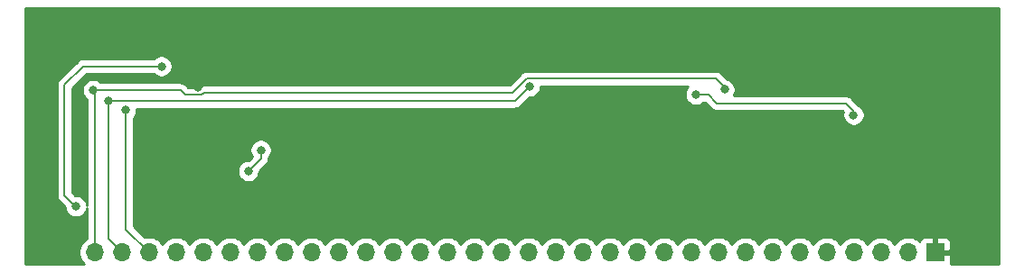
<source format=gbr>
%TF.GenerationSoftware,KiCad,Pcbnew,(5.1.10-1-10_14)*%
%TF.CreationDate,2021-09-10T00:22:32-04:00*%
%TF.ProjectId,smd-register-array,736d642d-7265-4676-9973-7465722d6172,rev?*%
%TF.SameCoordinates,Original*%
%TF.FileFunction,Copper,L2,Bot*%
%TF.FilePolarity,Positive*%
%FSLAX46Y46*%
G04 Gerber Fmt 4.6, Leading zero omitted, Abs format (unit mm)*
G04 Created by KiCad (PCBNEW (5.1.10-1-10_14)) date 2021-09-10 00:22:32*
%MOMM*%
%LPD*%
G01*
G04 APERTURE LIST*
%TA.AperFunction,ComponentPad*%
%ADD10O,1.700000X1.700000*%
%TD*%
%TA.AperFunction,ComponentPad*%
%ADD11R,1.700000X1.700000*%
%TD*%
%TA.AperFunction,ViaPad*%
%ADD12C,0.800000*%
%TD*%
%TA.AperFunction,Conductor*%
%ADD13C,0.200000*%
%TD*%
%TA.AperFunction,Conductor*%
%ADD14C,0.254000*%
%TD*%
%TA.AperFunction,Conductor*%
%ADD15C,0.100000*%
%TD*%
G04 APERTURE END LIST*
D10*
%TO.P,J1,32*%
%TO.N,/MSB_OUT*%
X123698000Y-89916000D03*
%TO.P,J1,31*%
%TO.N,/LSB_OUT*%
X126238000Y-89916000D03*
%TO.P,J1,30*%
%TO.N,/BUS_OUT*%
X128778000Y-89916000D03*
%TO.P,J1,29*%
%TO.N,/EN*%
X131318000Y-89916000D03*
%TO.P,J1,28*%
%TO.N,BUS_00*%
X133858000Y-89916000D03*
%TO.P,J1,27*%
%TO.N,BUS_01*%
X136398000Y-89916000D03*
%TO.P,J1,26*%
%TO.N,BUS_02*%
X138938000Y-89916000D03*
%TO.P,J1,25*%
%TO.N,BUS_03*%
X141478000Y-89916000D03*
%TO.P,J1,24*%
%TO.N,BUS_04*%
X144018000Y-89916000D03*
%TO.P,J1,23*%
%TO.N,BUS_05*%
X146558000Y-89916000D03*
%TO.P,J1,22*%
%TO.N,BUS_06*%
X149098000Y-89916000D03*
%TO.P,J1,21*%
%TO.N,BUS_07*%
X151638000Y-89916000D03*
%TO.P,J1,20*%
%TO.N,LSB_00*%
X154178000Y-89916000D03*
%TO.P,J1,19*%
%TO.N,LSB_01*%
X156718000Y-89916000D03*
%TO.P,J1,18*%
%TO.N,LSB_02*%
X159258000Y-89916000D03*
%TO.P,J1,17*%
%TO.N,LSB_03*%
X161798000Y-89916000D03*
%TO.P,J1,16*%
%TO.N,LSB_04*%
X164338000Y-89916000D03*
%TO.P,J1,15*%
%TO.N,LSB_05*%
X166878000Y-89916000D03*
%TO.P,J1,14*%
%TO.N,LSB_06*%
X169418000Y-89916000D03*
%TO.P,J1,13*%
%TO.N,LSB_07*%
X171958000Y-89916000D03*
%TO.P,J1,12*%
%TO.N,MSB_00*%
X174498000Y-89916000D03*
%TO.P,J1,11*%
%TO.N,MSB_01*%
X177038000Y-89916000D03*
%TO.P,J1,10*%
%TO.N,MSB_02*%
X179578000Y-89916000D03*
%TO.P,J1,9*%
%TO.N,MSB_03*%
X182118000Y-89916000D03*
%TO.P,J1,8*%
%TO.N,MSB_04*%
X184658000Y-89916000D03*
%TO.P,J1,7*%
%TO.N,MSB_05*%
X187198000Y-89916000D03*
%TO.P,J1,6*%
%TO.N,MSB_06*%
X189738000Y-89916000D03*
%TO.P,J1,5*%
%TO.N,MSB_07*%
X192278000Y-89916000D03*
%TO.P,J1,4*%
%TO.N,RESET*%
X194818000Y-89916000D03*
%TO.P,J1,3*%
%TO.N,CLOCK*%
X197358000Y-89916000D03*
%TO.P,J1,2*%
%TO.N,VCC*%
X199898000Y-89916000D03*
D11*
%TO.P,J1,1*%
%TO.N,GND*%
X202438000Y-89916000D03*
%TD*%
D12*
%TO.N,Net-(U1-Pad3)*%
X138094000Y-82278000D03*
X139274000Y-80308000D03*
%TO.N,VCC*%
X180004000Y-75088000D03*
X194794000Y-77008000D03*
%TO.N,GND*%
X181356000Y-72390000D03*
X177800000Y-85852000D03*
X159766000Y-85852000D03*
X143256000Y-86360000D03*
X140462000Y-83312000D03*
X131572000Y-83820000D03*
X122174000Y-74676000D03*
X145094000Y-72588000D03*
X133414000Y-74418000D03*
X163184000Y-72668000D03*
X206248000Y-75692000D03*
X193554000Y-87388000D03*
%TO.N,/EN*%
X129964000Y-72428000D03*
X121934000Y-85598000D03*
%TO.N,/BUS_OUT*%
X126614000Y-76538000D03*
%TO.N,/LSB_OUT*%
X124984000Y-75678000D03*
X164434298Y-74317667D03*
%TO.N,/MSB_OUT*%
X123564000Y-74678000D03*
X182694000Y-74608000D03*
%TD*%
D13*
%TO.N,Net-(U1-Pad3)*%
X138094000Y-82278000D02*
X139284000Y-81088000D01*
X139284000Y-80318000D02*
X139274000Y-80308000D01*
X139284000Y-81088000D02*
X139284000Y-80318000D01*
%TO.N,VCC*%
X180004000Y-75088000D02*
X181194000Y-75088000D01*
X181194000Y-75088000D02*
X182014000Y-75908000D01*
X182014000Y-75908000D02*
X194084000Y-75908000D01*
X194794000Y-76618000D02*
X194794000Y-77008000D01*
X194084000Y-75908000D02*
X194794000Y-76618000D01*
%TO.N,/EN*%
X129964000Y-72428000D02*
X122634000Y-72428000D01*
X122634000Y-72428000D02*
X120864000Y-74198000D01*
X120864000Y-74198000D02*
X120864000Y-84578000D01*
X121884000Y-85598000D02*
X121934000Y-85598000D01*
X120864000Y-84578000D02*
X121884000Y-85598000D01*
%TO.N,/BUS_OUT*%
X126614000Y-87752000D02*
X126614000Y-76538000D01*
X128778000Y-89916000D02*
X126614000Y-87752000D01*
%TO.N,/LSB_OUT*%
X126238000Y-89916000D02*
X124984000Y-88662000D01*
X124984000Y-88662000D02*
X124984000Y-75678000D01*
X124984000Y-75678000D02*
X163073965Y-75678000D01*
X163073965Y-75678000D02*
X164434298Y-74317667D01*
%TO.N,/MSB_OUT*%
X123698000Y-89916000D02*
X123698000Y-74812000D01*
X123698000Y-74812000D02*
X123564000Y-74678000D01*
X164154000Y-73608000D02*
X181894000Y-73608000D01*
X162874000Y-74888000D02*
X164154000Y-73608000D01*
X182694000Y-74408000D02*
X182694000Y-74608000D01*
X133750001Y-75118001D02*
X133980002Y-74888000D01*
X132174001Y-75118001D02*
X133750001Y-75118001D01*
X131734000Y-74678000D02*
X132174001Y-75118001D01*
X181894000Y-73608000D02*
X182694000Y-74408000D01*
X123564000Y-74678000D02*
X131734000Y-74678000D01*
X133980002Y-74888000D02*
X162874000Y-74888000D01*
%TD*%
D14*
%TO.N,GND*%
X208382000Y-67277582D02*
X208382001Y-91034000D01*
X203864770Y-91034000D01*
X203877502Y-91010180D01*
X203913812Y-90890482D01*
X203926072Y-90766000D01*
X203923000Y-90201750D01*
X203764250Y-90043000D01*
X202565000Y-90043000D01*
X202565000Y-90063000D01*
X202311000Y-90063000D01*
X202311000Y-90043000D01*
X202291000Y-90043000D01*
X202291000Y-89789000D01*
X202311000Y-89789000D01*
X202311000Y-88589750D01*
X202565000Y-88589750D01*
X202565000Y-89789000D01*
X203764250Y-89789000D01*
X203923000Y-89630250D01*
X203926072Y-89066000D01*
X203913812Y-88941518D01*
X203877502Y-88821820D01*
X203818537Y-88711506D01*
X203739185Y-88614815D01*
X203642494Y-88535463D01*
X203532180Y-88476498D01*
X203412482Y-88440188D01*
X203288000Y-88427928D01*
X202723750Y-88431000D01*
X202565000Y-88589750D01*
X202311000Y-88589750D01*
X202152250Y-88431000D01*
X201588000Y-88427928D01*
X201463518Y-88440188D01*
X201343820Y-88476498D01*
X201233506Y-88535463D01*
X201136815Y-88614815D01*
X201057463Y-88711506D01*
X200998498Y-88821820D01*
X200976487Y-88894380D01*
X200844632Y-88762525D01*
X200601411Y-88600010D01*
X200331158Y-88488068D01*
X200044260Y-88431000D01*
X199751740Y-88431000D01*
X199464842Y-88488068D01*
X199194589Y-88600010D01*
X198951368Y-88762525D01*
X198744525Y-88969368D01*
X198628000Y-89143760D01*
X198511475Y-88969368D01*
X198304632Y-88762525D01*
X198061411Y-88600010D01*
X197791158Y-88488068D01*
X197504260Y-88431000D01*
X197211740Y-88431000D01*
X196924842Y-88488068D01*
X196654589Y-88600010D01*
X196411368Y-88762525D01*
X196204525Y-88969368D01*
X196088000Y-89143760D01*
X195971475Y-88969368D01*
X195764632Y-88762525D01*
X195521411Y-88600010D01*
X195251158Y-88488068D01*
X194964260Y-88431000D01*
X194671740Y-88431000D01*
X194384842Y-88488068D01*
X194114589Y-88600010D01*
X193871368Y-88762525D01*
X193664525Y-88969368D01*
X193548000Y-89143760D01*
X193431475Y-88969368D01*
X193224632Y-88762525D01*
X192981411Y-88600010D01*
X192711158Y-88488068D01*
X192424260Y-88431000D01*
X192131740Y-88431000D01*
X191844842Y-88488068D01*
X191574589Y-88600010D01*
X191331368Y-88762525D01*
X191124525Y-88969368D01*
X191008000Y-89143760D01*
X190891475Y-88969368D01*
X190684632Y-88762525D01*
X190441411Y-88600010D01*
X190171158Y-88488068D01*
X189884260Y-88431000D01*
X189591740Y-88431000D01*
X189304842Y-88488068D01*
X189034589Y-88600010D01*
X188791368Y-88762525D01*
X188584525Y-88969368D01*
X188468000Y-89143760D01*
X188351475Y-88969368D01*
X188144632Y-88762525D01*
X187901411Y-88600010D01*
X187631158Y-88488068D01*
X187344260Y-88431000D01*
X187051740Y-88431000D01*
X186764842Y-88488068D01*
X186494589Y-88600010D01*
X186251368Y-88762525D01*
X186044525Y-88969368D01*
X185928000Y-89143760D01*
X185811475Y-88969368D01*
X185604632Y-88762525D01*
X185361411Y-88600010D01*
X185091158Y-88488068D01*
X184804260Y-88431000D01*
X184511740Y-88431000D01*
X184224842Y-88488068D01*
X183954589Y-88600010D01*
X183711368Y-88762525D01*
X183504525Y-88969368D01*
X183388000Y-89143760D01*
X183271475Y-88969368D01*
X183064632Y-88762525D01*
X182821411Y-88600010D01*
X182551158Y-88488068D01*
X182264260Y-88431000D01*
X181971740Y-88431000D01*
X181684842Y-88488068D01*
X181414589Y-88600010D01*
X181171368Y-88762525D01*
X180964525Y-88969368D01*
X180848000Y-89143760D01*
X180731475Y-88969368D01*
X180524632Y-88762525D01*
X180281411Y-88600010D01*
X180011158Y-88488068D01*
X179724260Y-88431000D01*
X179431740Y-88431000D01*
X179144842Y-88488068D01*
X178874589Y-88600010D01*
X178631368Y-88762525D01*
X178424525Y-88969368D01*
X178308000Y-89143760D01*
X178191475Y-88969368D01*
X177984632Y-88762525D01*
X177741411Y-88600010D01*
X177471158Y-88488068D01*
X177184260Y-88431000D01*
X176891740Y-88431000D01*
X176604842Y-88488068D01*
X176334589Y-88600010D01*
X176091368Y-88762525D01*
X175884525Y-88969368D01*
X175768000Y-89143760D01*
X175651475Y-88969368D01*
X175444632Y-88762525D01*
X175201411Y-88600010D01*
X174931158Y-88488068D01*
X174644260Y-88431000D01*
X174351740Y-88431000D01*
X174064842Y-88488068D01*
X173794589Y-88600010D01*
X173551368Y-88762525D01*
X173344525Y-88969368D01*
X173228000Y-89143760D01*
X173111475Y-88969368D01*
X172904632Y-88762525D01*
X172661411Y-88600010D01*
X172391158Y-88488068D01*
X172104260Y-88431000D01*
X171811740Y-88431000D01*
X171524842Y-88488068D01*
X171254589Y-88600010D01*
X171011368Y-88762525D01*
X170804525Y-88969368D01*
X170688000Y-89143760D01*
X170571475Y-88969368D01*
X170364632Y-88762525D01*
X170121411Y-88600010D01*
X169851158Y-88488068D01*
X169564260Y-88431000D01*
X169271740Y-88431000D01*
X168984842Y-88488068D01*
X168714589Y-88600010D01*
X168471368Y-88762525D01*
X168264525Y-88969368D01*
X168148000Y-89143760D01*
X168031475Y-88969368D01*
X167824632Y-88762525D01*
X167581411Y-88600010D01*
X167311158Y-88488068D01*
X167024260Y-88431000D01*
X166731740Y-88431000D01*
X166444842Y-88488068D01*
X166174589Y-88600010D01*
X165931368Y-88762525D01*
X165724525Y-88969368D01*
X165608000Y-89143760D01*
X165491475Y-88969368D01*
X165284632Y-88762525D01*
X165041411Y-88600010D01*
X164771158Y-88488068D01*
X164484260Y-88431000D01*
X164191740Y-88431000D01*
X163904842Y-88488068D01*
X163634589Y-88600010D01*
X163391368Y-88762525D01*
X163184525Y-88969368D01*
X163068000Y-89143760D01*
X162951475Y-88969368D01*
X162744632Y-88762525D01*
X162501411Y-88600010D01*
X162231158Y-88488068D01*
X161944260Y-88431000D01*
X161651740Y-88431000D01*
X161364842Y-88488068D01*
X161094589Y-88600010D01*
X160851368Y-88762525D01*
X160644525Y-88969368D01*
X160528000Y-89143760D01*
X160411475Y-88969368D01*
X160204632Y-88762525D01*
X159961411Y-88600010D01*
X159691158Y-88488068D01*
X159404260Y-88431000D01*
X159111740Y-88431000D01*
X158824842Y-88488068D01*
X158554589Y-88600010D01*
X158311368Y-88762525D01*
X158104525Y-88969368D01*
X157988000Y-89143760D01*
X157871475Y-88969368D01*
X157664632Y-88762525D01*
X157421411Y-88600010D01*
X157151158Y-88488068D01*
X156864260Y-88431000D01*
X156571740Y-88431000D01*
X156284842Y-88488068D01*
X156014589Y-88600010D01*
X155771368Y-88762525D01*
X155564525Y-88969368D01*
X155448000Y-89143760D01*
X155331475Y-88969368D01*
X155124632Y-88762525D01*
X154881411Y-88600010D01*
X154611158Y-88488068D01*
X154324260Y-88431000D01*
X154031740Y-88431000D01*
X153744842Y-88488068D01*
X153474589Y-88600010D01*
X153231368Y-88762525D01*
X153024525Y-88969368D01*
X152908000Y-89143760D01*
X152791475Y-88969368D01*
X152584632Y-88762525D01*
X152341411Y-88600010D01*
X152071158Y-88488068D01*
X151784260Y-88431000D01*
X151491740Y-88431000D01*
X151204842Y-88488068D01*
X150934589Y-88600010D01*
X150691368Y-88762525D01*
X150484525Y-88969368D01*
X150368000Y-89143760D01*
X150251475Y-88969368D01*
X150044632Y-88762525D01*
X149801411Y-88600010D01*
X149531158Y-88488068D01*
X149244260Y-88431000D01*
X148951740Y-88431000D01*
X148664842Y-88488068D01*
X148394589Y-88600010D01*
X148151368Y-88762525D01*
X147944525Y-88969368D01*
X147828000Y-89143760D01*
X147711475Y-88969368D01*
X147504632Y-88762525D01*
X147261411Y-88600010D01*
X146991158Y-88488068D01*
X146704260Y-88431000D01*
X146411740Y-88431000D01*
X146124842Y-88488068D01*
X145854589Y-88600010D01*
X145611368Y-88762525D01*
X145404525Y-88969368D01*
X145288000Y-89143760D01*
X145171475Y-88969368D01*
X144964632Y-88762525D01*
X144721411Y-88600010D01*
X144451158Y-88488068D01*
X144164260Y-88431000D01*
X143871740Y-88431000D01*
X143584842Y-88488068D01*
X143314589Y-88600010D01*
X143071368Y-88762525D01*
X142864525Y-88969368D01*
X142748000Y-89143760D01*
X142631475Y-88969368D01*
X142424632Y-88762525D01*
X142181411Y-88600010D01*
X141911158Y-88488068D01*
X141624260Y-88431000D01*
X141331740Y-88431000D01*
X141044842Y-88488068D01*
X140774589Y-88600010D01*
X140531368Y-88762525D01*
X140324525Y-88969368D01*
X140208000Y-89143760D01*
X140091475Y-88969368D01*
X139884632Y-88762525D01*
X139641411Y-88600010D01*
X139371158Y-88488068D01*
X139084260Y-88431000D01*
X138791740Y-88431000D01*
X138504842Y-88488068D01*
X138234589Y-88600010D01*
X137991368Y-88762525D01*
X137784525Y-88969368D01*
X137668000Y-89143760D01*
X137551475Y-88969368D01*
X137344632Y-88762525D01*
X137101411Y-88600010D01*
X136831158Y-88488068D01*
X136544260Y-88431000D01*
X136251740Y-88431000D01*
X135964842Y-88488068D01*
X135694589Y-88600010D01*
X135451368Y-88762525D01*
X135244525Y-88969368D01*
X135128000Y-89143760D01*
X135011475Y-88969368D01*
X134804632Y-88762525D01*
X134561411Y-88600010D01*
X134291158Y-88488068D01*
X134004260Y-88431000D01*
X133711740Y-88431000D01*
X133424842Y-88488068D01*
X133154589Y-88600010D01*
X132911368Y-88762525D01*
X132704525Y-88969368D01*
X132588000Y-89143760D01*
X132471475Y-88969368D01*
X132264632Y-88762525D01*
X132021411Y-88600010D01*
X131751158Y-88488068D01*
X131464260Y-88431000D01*
X131171740Y-88431000D01*
X130884842Y-88488068D01*
X130614589Y-88600010D01*
X130371368Y-88762525D01*
X130164525Y-88969368D01*
X130048000Y-89143760D01*
X129931475Y-88969368D01*
X129724632Y-88762525D01*
X129481411Y-88600010D01*
X129211158Y-88488068D01*
X128924260Y-88431000D01*
X128631740Y-88431000D01*
X128382103Y-88480656D01*
X127349000Y-87447554D01*
X127349000Y-82176061D01*
X137059000Y-82176061D01*
X137059000Y-82379939D01*
X137098774Y-82579898D01*
X137176795Y-82768256D01*
X137290063Y-82937774D01*
X137434226Y-83081937D01*
X137603744Y-83195205D01*
X137792102Y-83273226D01*
X137992061Y-83313000D01*
X138195939Y-83313000D01*
X138395898Y-83273226D01*
X138584256Y-83195205D01*
X138753774Y-83081937D01*
X138897937Y-82937774D01*
X139011205Y-82768256D01*
X139089226Y-82579898D01*
X139129000Y-82379939D01*
X139129000Y-82282446D01*
X139778197Y-81633250D01*
X139806237Y-81610238D01*
X139829250Y-81582197D01*
X139829253Y-81582194D01*
X139898086Y-81498321D01*
X139898087Y-81498320D01*
X139966337Y-81370633D01*
X140008365Y-81232085D01*
X140019000Y-81124105D01*
X140019000Y-81124098D01*
X140022555Y-81088001D01*
X140019000Y-81051904D01*
X140019000Y-81026711D01*
X140077937Y-80967774D01*
X140191205Y-80798256D01*
X140269226Y-80609898D01*
X140309000Y-80409939D01*
X140309000Y-80206061D01*
X140269226Y-80006102D01*
X140191205Y-79817744D01*
X140077937Y-79648226D01*
X139933774Y-79504063D01*
X139764256Y-79390795D01*
X139575898Y-79312774D01*
X139375939Y-79273000D01*
X139172061Y-79273000D01*
X138972102Y-79312774D01*
X138783744Y-79390795D01*
X138614226Y-79504063D01*
X138470063Y-79648226D01*
X138356795Y-79817744D01*
X138278774Y-80006102D01*
X138239000Y-80206061D01*
X138239000Y-80409939D01*
X138278774Y-80609898D01*
X138356795Y-80798256D01*
X138427892Y-80904661D01*
X138089554Y-81243000D01*
X137992061Y-81243000D01*
X137792102Y-81282774D01*
X137603744Y-81360795D01*
X137434226Y-81474063D01*
X137290063Y-81618226D01*
X137176795Y-81787744D01*
X137098774Y-81976102D01*
X137059000Y-82176061D01*
X127349000Y-82176061D01*
X127349000Y-77266711D01*
X127417937Y-77197774D01*
X127531205Y-77028256D01*
X127609226Y-76839898D01*
X127649000Y-76639939D01*
X127649000Y-76436061D01*
X127644413Y-76413000D01*
X163037860Y-76413000D01*
X163073965Y-76416556D01*
X163110070Y-76413000D01*
X163218050Y-76402365D01*
X163356598Y-76360337D01*
X163484285Y-76292087D01*
X163596203Y-76200238D01*
X163619223Y-76172188D01*
X164438745Y-75352667D01*
X164536237Y-75352667D01*
X164736196Y-75312893D01*
X164924554Y-75234872D01*
X165094072Y-75121604D01*
X165238235Y-74977441D01*
X165351503Y-74807923D01*
X165429524Y-74619565D01*
X165469298Y-74419606D01*
X165469298Y-74343000D01*
X179285289Y-74343000D01*
X179200063Y-74428226D01*
X179086795Y-74597744D01*
X179008774Y-74786102D01*
X178969000Y-74986061D01*
X178969000Y-75189939D01*
X179008774Y-75389898D01*
X179086795Y-75578256D01*
X179200063Y-75747774D01*
X179344226Y-75891937D01*
X179513744Y-76005205D01*
X179702102Y-76083226D01*
X179902061Y-76123000D01*
X180105939Y-76123000D01*
X180305898Y-76083226D01*
X180494256Y-76005205D01*
X180663774Y-75891937D01*
X180732711Y-75823000D01*
X180889554Y-75823000D01*
X181468746Y-76402193D01*
X181491762Y-76430238D01*
X181603680Y-76522087D01*
X181731367Y-76590337D01*
X181822560Y-76618000D01*
X181869914Y-76632365D01*
X181884132Y-76633765D01*
X181977895Y-76643000D01*
X181977902Y-76643000D01*
X182013999Y-76646555D01*
X182050096Y-76643000D01*
X193779554Y-76643000D01*
X193811627Y-76675073D01*
X193798774Y-76706102D01*
X193759000Y-76906061D01*
X193759000Y-77109939D01*
X193798774Y-77309898D01*
X193876795Y-77498256D01*
X193990063Y-77667774D01*
X194134226Y-77811937D01*
X194303744Y-77925205D01*
X194492102Y-78003226D01*
X194692061Y-78043000D01*
X194895939Y-78043000D01*
X195095898Y-78003226D01*
X195284256Y-77925205D01*
X195453774Y-77811937D01*
X195597937Y-77667774D01*
X195711205Y-77498256D01*
X195789226Y-77309898D01*
X195829000Y-77109939D01*
X195829000Y-76906061D01*
X195789226Y-76706102D01*
X195711205Y-76517744D01*
X195597937Y-76348226D01*
X195453774Y-76204063D01*
X195346043Y-76132080D01*
X195339253Y-76123806D01*
X195339250Y-76123803D01*
X195316237Y-76095762D01*
X195288197Y-76072750D01*
X194629258Y-75413812D01*
X194606238Y-75385762D01*
X194494320Y-75293913D01*
X194366633Y-75225663D01*
X194228085Y-75183635D01*
X194120105Y-75173000D01*
X194084000Y-75169444D01*
X194047895Y-75173000D01*
X183561263Y-75173000D01*
X183611205Y-75098256D01*
X183689226Y-74909898D01*
X183729000Y-74709939D01*
X183729000Y-74506061D01*
X183689226Y-74306102D01*
X183611205Y-74117744D01*
X183497937Y-73948226D01*
X183353774Y-73804063D01*
X183184256Y-73690795D01*
X182995898Y-73612774D01*
X182923899Y-73598453D01*
X182439258Y-73113812D01*
X182416238Y-73085762D01*
X182304320Y-72993913D01*
X182176633Y-72925663D01*
X182038085Y-72883635D01*
X181930105Y-72873000D01*
X181894000Y-72869444D01*
X181857895Y-72873000D01*
X164190094Y-72873000D01*
X164153999Y-72869445D01*
X164117904Y-72873000D01*
X164117895Y-72873000D01*
X164009915Y-72883635D01*
X163871367Y-72925663D01*
X163743680Y-72993913D01*
X163631762Y-73085762D01*
X163608746Y-73113807D01*
X162569554Y-74153000D01*
X134016107Y-74153000D01*
X133980002Y-74149444D01*
X133943897Y-74153000D01*
X133835917Y-74163635D01*
X133697369Y-74205663D01*
X133569682Y-74273913D01*
X133457764Y-74365762D01*
X133443616Y-74383001D01*
X132478447Y-74383001D01*
X132279259Y-74183813D01*
X132256238Y-74155762D01*
X132144320Y-74063913D01*
X132016633Y-73995663D01*
X131878085Y-73953635D01*
X131770105Y-73943000D01*
X131734000Y-73939444D01*
X131697895Y-73943000D01*
X124292711Y-73943000D01*
X124223774Y-73874063D01*
X124054256Y-73760795D01*
X123865898Y-73682774D01*
X123665939Y-73643000D01*
X123462061Y-73643000D01*
X123262102Y-73682774D01*
X123073744Y-73760795D01*
X122904226Y-73874063D01*
X122760063Y-74018226D01*
X122646795Y-74187744D01*
X122568774Y-74376102D01*
X122529000Y-74576061D01*
X122529000Y-74779939D01*
X122568774Y-74979898D01*
X122646795Y-75168256D01*
X122760063Y-75337774D01*
X122904226Y-75481937D01*
X122963001Y-75521209D01*
X122963000Y-85465898D01*
X122929226Y-85296102D01*
X122851205Y-85107744D01*
X122737937Y-84938226D01*
X122593774Y-84794063D01*
X122424256Y-84680795D01*
X122235898Y-84602774D01*
X122035939Y-84563000D01*
X121888446Y-84563000D01*
X121599000Y-84273554D01*
X121599000Y-74502446D01*
X122938447Y-73163000D01*
X129235289Y-73163000D01*
X129304226Y-73231937D01*
X129473744Y-73345205D01*
X129662102Y-73423226D01*
X129862061Y-73463000D01*
X130065939Y-73463000D01*
X130265898Y-73423226D01*
X130454256Y-73345205D01*
X130623774Y-73231937D01*
X130767937Y-73087774D01*
X130881205Y-72918256D01*
X130959226Y-72729898D01*
X130999000Y-72529939D01*
X130999000Y-72326061D01*
X130959226Y-72126102D01*
X130881205Y-71937744D01*
X130767937Y-71768226D01*
X130623774Y-71624063D01*
X130454256Y-71510795D01*
X130265898Y-71432774D01*
X130065939Y-71393000D01*
X129862061Y-71393000D01*
X129662102Y-71432774D01*
X129473744Y-71510795D01*
X129304226Y-71624063D01*
X129235289Y-71693000D01*
X122670104Y-71693000D01*
X122633999Y-71689444D01*
X122489914Y-71703635D01*
X122447886Y-71716384D01*
X122351367Y-71745663D01*
X122223680Y-71813913D01*
X122111762Y-71905762D01*
X122088746Y-71933807D01*
X120369808Y-73652746D01*
X120341762Y-73675763D01*
X120249913Y-73787681D01*
X120181663Y-73915368D01*
X120174360Y-73939444D01*
X120139635Y-74053915D01*
X120125444Y-74198000D01*
X120129000Y-74234105D01*
X120129001Y-84541885D01*
X120125444Y-84578000D01*
X120139635Y-84722085D01*
X120161470Y-84794063D01*
X120181664Y-84860633D01*
X120249914Y-84988320D01*
X120341763Y-85100238D01*
X120369808Y-85123254D01*
X120899000Y-85652447D01*
X120899000Y-85699939D01*
X120938774Y-85899898D01*
X121016795Y-86088256D01*
X121130063Y-86257774D01*
X121274226Y-86401937D01*
X121443744Y-86515205D01*
X121632102Y-86593226D01*
X121832061Y-86633000D01*
X122035939Y-86633000D01*
X122235898Y-86593226D01*
X122424256Y-86515205D01*
X122593774Y-86401937D01*
X122737937Y-86257774D01*
X122851205Y-86088256D01*
X122929226Y-85899898D01*
X122963000Y-85730102D01*
X122963000Y-88621117D01*
X122751368Y-88762525D01*
X122544525Y-88969368D01*
X122382010Y-89212589D01*
X122270068Y-89482842D01*
X122213000Y-89769740D01*
X122213000Y-90062260D01*
X122270068Y-90349158D01*
X122382010Y-90619411D01*
X122544525Y-90862632D01*
X122715893Y-91034000D01*
X117246000Y-91034000D01*
X117246000Y-66954000D01*
X208382000Y-66954000D01*
X208382000Y-67277582D01*
%TA.AperFunction,Conductor*%
D15*
G36*
X208382000Y-67277582D02*
G01*
X208382001Y-91034000D01*
X203864770Y-91034000D01*
X203877502Y-91010180D01*
X203913812Y-90890482D01*
X203926072Y-90766000D01*
X203923000Y-90201750D01*
X203764250Y-90043000D01*
X202565000Y-90043000D01*
X202565000Y-90063000D01*
X202311000Y-90063000D01*
X202311000Y-90043000D01*
X202291000Y-90043000D01*
X202291000Y-89789000D01*
X202311000Y-89789000D01*
X202311000Y-88589750D01*
X202565000Y-88589750D01*
X202565000Y-89789000D01*
X203764250Y-89789000D01*
X203923000Y-89630250D01*
X203926072Y-89066000D01*
X203913812Y-88941518D01*
X203877502Y-88821820D01*
X203818537Y-88711506D01*
X203739185Y-88614815D01*
X203642494Y-88535463D01*
X203532180Y-88476498D01*
X203412482Y-88440188D01*
X203288000Y-88427928D01*
X202723750Y-88431000D01*
X202565000Y-88589750D01*
X202311000Y-88589750D01*
X202152250Y-88431000D01*
X201588000Y-88427928D01*
X201463518Y-88440188D01*
X201343820Y-88476498D01*
X201233506Y-88535463D01*
X201136815Y-88614815D01*
X201057463Y-88711506D01*
X200998498Y-88821820D01*
X200976487Y-88894380D01*
X200844632Y-88762525D01*
X200601411Y-88600010D01*
X200331158Y-88488068D01*
X200044260Y-88431000D01*
X199751740Y-88431000D01*
X199464842Y-88488068D01*
X199194589Y-88600010D01*
X198951368Y-88762525D01*
X198744525Y-88969368D01*
X198628000Y-89143760D01*
X198511475Y-88969368D01*
X198304632Y-88762525D01*
X198061411Y-88600010D01*
X197791158Y-88488068D01*
X197504260Y-88431000D01*
X197211740Y-88431000D01*
X196924842Y-88488068D01*
X196654589Y-88600010D01*
X196411368Y-88762525D01*
X196204525Y-88969368D01*
X196088000Y-89143760D01*
X195971475Y-88969368D01*
X195764632Y-88762525D01*
X195521411Y-88600010D01*
X195251158Y-88488068D01*
X194964260Y-88431000D01*
X194671740Y-88431000D01*
X194384842Y-88488068D01*
X194114589Y-88600010D01*
X193871368Y-88762525D01*
X193664525Y-88969368D01*
X193548000Y-89143760D01*
X193431475Y-88969368D01*
X193224632Y-88762525D01*
X192981411Y-88600010D01*
X192711158Y-88488068D01*
X192424260Y-88431000D01*
X192131740Y-88431000D01*
X191844842Y-88488068D01*
X191574589Y-88600010D01*
X191331368Y-88762525D01*
X191124525Y-88969368D01*
X191008000Y-89143760D01*
X190891475Y-88969368D01*
X190684632Y-88762525D01*
X190441411Y-88600010D01*
X190171158Y-88488068D01*
X189884260Y-88431000D01*
X189591740Y-88431000D01*
X189304842Y-88488068D01*
X189034589Y-88600010D01*
X188791368Y-88762525D01*
X188584525Y-88969368D01*
X188468000Y-89143760D01*
X188351475Y-88969368D01*
X188144632Y-88762525D01*
X187901411Y-88600010D01*
X187631158Y-88488068D01*
X187344260Y-88431000D01*
X187051740Y-88431000D01*
X186764842Y-88488068D01*
X186494589Y-88600010D01*
X186251368Y-88762525D01*
X186044525Y-88969368D01*
X185928000Y-89143760D01*
X185811475Y-88969368D01*
X185604632Y-88762525D01*
X185361411Y-88600010D01*
X185091158Y-88488068D01*
X184804260Y-88431000D01*
X184511740Y-88431000D01*
X184224842Y-88488068D01*
X183954589Y-88600010D01*
X183711368Y-88762525D01*
X183504525Y-88969368D01*
X183388000Y-89143760D01*
X183271475Y-88969368D01*
X183064632Y-88762525D01*
X182821411Y-88600010D01*
X182551158Y-88488068D01*
X182264260Y-88431000D01*
X181971740Y-88431000D01*
X181684842Y-88488068D01*
X181414589Y-88600010D01*
X181171368Y-88762525D01*
X180964525Y-88969368D01*
X180848000Y-89143760D01*
X180731475Y-88969368D01*
X180524632Y-88762525D01*
X180281411Y-88600010D01*
X180011158Y-88488068D01*
X179724260Y-88431000D01*
X179431740Y-88431000D01*
X179144842Y-88488068D01*
X178874589Y-88600010D01*
X178631368Y-88762525D01*
X178424525Y-88969368D01*
X178308000Y-89143760D01*
X178191475Y-88969368D01*
X177984632Y-88762525D01*
X177741411Y-88600010D01*
X177471158Y-88488068D01*
X177184260Y-88431000D01*
X176891740Y-88431000D01*
X176604842Y-88488068D01*
X176334589Y-88600010D01*
X176091368Y-88762525D01*
X175884525Y-88969368D01*
X175768000Y-89143760D01*
X175651475Y-88969368D01*
X175444632Y-88762525D01*
X175201411Y-88600010D01*
X174931158Y-88488068D01*
X174644260Y-88431000D01*
X174351740Y-88431000D01*
X174064842Y-88488068D01*
X173794589Y-88600010D01*
X173551368Y-88762525D01*
X173344525Y-88969368D01*
X173228000Y-89143760D01*
X173111475Y-88969368D01*
X172904632Y-88762525D01*
X172661411Y-88600010D01*
X172391158Y-88488068D01*
X172104260Y-88431000D01*
X171811740Y-88431000D01*
X171524842Y-88488068D01*
X171254589Y-88600010D01*
X171011368Y-88762525D01*
X170804525Y-88969368D01*
X170688000Y-89143760D01*
X170571475Y-88969368D01*
X170364632Y-88762525D01*
X170121411Y-88600010D01*
X169851158Y-88488068D01*
X169564260Y-88431000D01*
X169271740Y-88431000D01*
X168984842Y-88488068D01*
X168714589Y-88600010D01*
X168471368Y-88762525D01*
X168264525Y-88969368D01*
X168148000Y-89143760D01*
X168031475Y-88969368D01*
X167824632Y-88762525D01*
X167581411Y-88600010D01*
X167311158Y-88488068D01*
X167024260Y-88431000D01*
X166731740Y-88431000D01*
X166444842Y-88488068D01*
X166174589Y-88600010D01*
X165931368Y-88762525D01*
X165724525Y-88969368D01*
X165608000Y-89143760D01*
X165491475Y-88969368D01*
X165284632Y-88762525D01*
X165041411Y-88600010D01*
X164771158Y-88488068D01*
X164484260Y-88431000D01*
X164191740Y-88431000D01*
X163904842Y-88488068D01*
X163634589Y-88600010D01*
X163391368Y-88762525D01*
X163184525Y-88969368D01*
X163068000Y-89143760D01*
X162951475Y-88969368D01*
X162744632Y-88762525D01*
X162501411Y-88600010D01*
X162231158Y-88488068D01*
X161944260Y-88431000D01*
X161651740Y-88431000D01*
X161364842Y-88488068D01*
X161094589Y-88600010D01*
X160851368Y-88762525D01*
X160644525Y-88969368D01*
X160528000Y-89143760D01*
X160411475Y-88969368D01*
X160204632Y-88762525D01*
X159961411Y-88600010D01*
X159691158Y-88488068D01*
X159404260Y-88431000D01*
X159111740Y-88431000D01*
X158824842Y-88488068D01*
X158554589Y-88600010D01*
X158311368Y-88762525D01*
X158104525Y-88969368D01*
X157988000Y-89143760D01*
X157871475Y-88969368D01*
X157664632Y-88762525D01*
X157421411Y-88600010D01*
X157151158Y-88488068D01*
X156864260Y-88431000D01*
X156571740Y-88431000D01*
X156284842Y-88488068D01*
X156014589Y-88600010D01*
X155771368Y-88762525D01*
X155564525Y-88969368D01*
X155448000Y-89143760D01*
X155331475Y-88969368D01*
X155124632Y-88762525D01*
X154881411Y-88600010D01*
X154611158Y-88488068D01*
X154324260Y-88431000D01*
X154031740Y-88431000D01*
X153744842Y-88488068D01*
X153474589Y-88600010D01*
X153231368Y-88762525D01*
X153024525Y-88969368D01*
X152908000Y-89143760D01*
X152791475Y-88969368D01*
X152584632Y-88762525D01*
X152341411Y-88600010D01*
X152071158Y-88488068D01*
X151784260Y-88431000D01*
X151491740Y-88431000D01*
X151204842Y-88488068D01*
X150934589Y-88600010D01*
X150691368Y-88762525D01*
X150484525Y-88969368D01*
X150368000Y-89143760D01*
X150251475Y-88969368D01*
X150044632Y-88762525D01*
X149801411Y-88600010D01*
X149531158Y-88488068D01*
X149244260Y-88431000D01*
X148951740Y-88431000D01*
X148664842Y-88488068D01*
X148394589Y-88600010D01*
X148151368Y-88762525D01*
X147944525Y-88969368D01*
X147828000Y-89143760D01*
X147711475Y-88969368D01*
X147504632Y-88762525D01*
X147261411Y-88600010D01*
X146991158Y-88488068D01*
X146704260Y-88431000D01*
X146411740Y-88431000D01*
X146124842Y-88488068D01*
X145854589Y-88600010D01*
X145611368Y-88762525D01*
X145404525Y-88969368D01*
X145288000Y-89143760D01*
X145171475Y-88969368D01*
X144964632Y-88762525D01*
X144721411Y-88600010D01*
X144451158Y-88488068D01*
X144164260Y-88431000D01*
X143871740Y-88431000D01*
X143584842Y-88488068D01*
X143314589Y-88600010D01*
X143071368Y-88762525D01*
X142864525Y-88969368D01*
X142748000Y-89143760D01*
X142631475Y-88969368D01*
X142424632Y-88762525D01*
X142181411Y-88600010D01*
X141911158Y-88488068D01*
X141624260Y-88431000D01*
X141331740Y-88431000D01*
X141044842Y-88488068D01*
X140774589Y-88600010D01*
X140531368Y-88762525D01*
X140324525Y-88969368D01*
X140208000Y-89143760D01*
X140091475Y-88969368D01*
X139884632Y-88762525D01*
X139641411Y-88600010D01*
X139371158Y-88488068D01*
X139084260Y-88431000D01*
X138791740Y-88431000D01*
X138504842Y-88488068D01*
X138234589Y-88600010D01*
X137991368Y-88762525D01*
X137784525Y-88969368D01*
X137668000Y-89143760D01*
X137551475Y-88969368D01*
X137344632Y-88762525D01*
X137101411Y-88600010D01*
X136831158Y-88488068D01*
X136544260Y-88431000D01*
X136251740Y-88431000D01*
X135964842Y-88488068D01*
X135694589Y-88600010D01*
X135451368Y-88762525D01*
X135244525Y-88969368D01*
X135128000Y-89143760D01*
X135011475Y-88969368D01*
X134804632Y-88762525D01*
X134561411Y-88600010D01*
X134291158Y-88488068D01*
X134004260Y-88431000D01*
X133711740Y-88431000D01*
X133424842Y-88488068D01*
X133154589Y-88600010D01*
X132911368Y-88762525D01*
X132704525Y-88969368D01*
X132588000Y-89143760D01*
X132471475Y-88969368D01*
X132264632Y-88762525D01*
X132021411Y-88600010D01*
X131751158Y-88488068D01*
X131464260Y-88431000D01*
X131171740Y-88431000D01*
X130884842Y-88488068D01*
X130614589Y-88600010D01*
X130371368Y-88762525D01*
X130164525Y-88969368D01*
X130048000Y-89143760D01*
X129931475Y-88969368D01*
X129724632Y-88762525D01*
X129481411Y-88600010D01*
X129211158Y-88488068D01*
X128924260Y-88431000D01*
X128631740Y-88431000D01*
X128382103Y-88480656D01*
X127349000Y-87447554D01*
X127349000Y-82176061D01*
X137059000Y-82176061D01*
X137059000Y-82379939D01*
X137098774Y-82579898D01*
X137176795Y-82768256D01*
X137290063Y-82937774D01*
X137434226Y-83081937D01*
X137603744Y-83195205D01*
X137792102Y-83273226D01*
X137992061Y-83313000D01*
X138195939Y-83313000D01*
X138395898Y-83273226D01*
X138584256Y-83195205D01*
X138753774Y-83081937D01*
X138897937Y-82937774D01*
X139011205Y-82768256D01*
X139089226Y-82579898D01*
X139129000Y-82379939D01*
X139129000Y-82282446D01*
X139778197Y-81633250D01*
X139806237Y-81610238D01*
X139829250Y-81582197D01*
X139829253Y-81582194D01*
X139898086Y-81498321D01*
X139898087Y-81498320D01*
X139966337Y-81370633D01*
X140008365Y-81232085D01*
X140019000Y-81124105D01*
X140019000Y-81124098D01*
X140022555Y-81088001D01*
X140019000Y-81051904D01*
X140019000Y-81026711D01*
X140077937Y-80967774D01*
X140191205Y-80798256D01*
X140269226Y-80609898D01*
X140309000Y-80409939D01*
X140309000Y-80206061D01*
X140269226Y-80006102D01*
X140191205Y-79817744D01*
X140077937Y-79648226D01*
X139933774Y-79504063D01*
X139764256Y-79390795D01*
X139575898Y-79312774D01*
X139375939Y-79273000D01*
X139172061Y-79273000D01*
X138972102Y-79312774D01*
X138783744Y-79390795D01*
X138614226Y-79504063D01*
X138470063Y-79648226D01*
X138356795Y-79817744D01*
X138278774Y-80006102D01*
X138239000Y-80206061D01*
X138239000Y-80409939D01*
X138278774Y-80609898D01*
X138356795Y-80798256D01*
X138427892Y-80904661D01*
X138089554Y-81243000D01*
X137992061Y-81243000D01*
X137792102Y-81282774D01*
X137603744Y-81360795D01*
X137434226Y-81474063D01*
X137290063Y-81618226D01*
X137176795Y-81787744D01*
X137098774Y-81976102D01*
X137059000Y-82176061D01*
X127349000Y-82176061D01*
X127349000Y-77266711D01*
X127417937Y-77197774D01*
X127531205Y-77028256D01*
X127609226Y-76839898D01*
X127649000Y-76639939D01*
X127649000Y-76436061D01*
X127644413Y-76413000D01*
X163037860Y-76413000D01*
X163073965Y-76416556D01*
X163110070Y-76413000D01*
X163218050Y-76402365D01*
X163356598Y-76360337D01*
X163484285Y-76292087D01*
X163596203Y-76200238D01*
X163619223Y-76172188D01*
X164438745Y-75352667D01*
X164536237Y-75352667D01*
X164736196Y-75312893D01*
X164924554Y-75234872D01*
X165094072Y-75121604D01*
X165238235Y-74977441D01*
X165351503Y-74807923D01*
X165429524Y-74619565D01*
X165469298Y-74419606D01*
X165469298Y-74343000D01*
X179285289Y-74343000D01*
X179200063Y-74428226D01*
X179086795Y-74597744D01*
X179008774Y-74786102D01*
X178969000Y-74986061D01*
X178969000Y-75189939D01*
X179008774Y-75389898D01*
X179086795Y-75578256D01*
X179200063Y-75747774D01*
X179344226Y-75891937D01*
X179513744Y-76005205D01*
X179702102Y-76083226D01*
X179902061Y-76123000D01*
X180105939Y-76123000D01*
X180305898Y-76083226D01*
X180494256Y-76005205D01*
X180663774Y-75891937D01*
X180732711Y-75823000D01*
X180889554Y-75823000D01*
X181468746Y-76402193D01*
X181491762Y-76430238D01*
X181603680Y-76522087D01*
X181731367Y-76590337D01*
X181822560Y-76618000D01*
X181869914Y-76632365D01*
X181884132Y-76633765D01*
X181977895Y-76643000D01*
X181977902Y-76643000D01*
X182013999Y-76646555D01*
X182050096Y-76643000D01*
X193779554Y-76643000D01*
X193811627Y-76675073D01*
X193798774Y-76706102D01*
X193759000Y-76906061D01*
X193759000Y-77109939D01*
X193798774Y-77309898D01*
X193876795Y-77498256D01*
X193990063Y-77667774D01*
X194134226Y-77811937D01*
X194303744Y-77925205D01*
X194492102Y-78003226D01*
X194692061Y-78043000D01*
X194895939Y-78043000D01*
X195095898Y-78003226D01*
X195284256Y-77925205D01*
X195453774Y-77811937D01*
X195597937Y-77667774D01*
X195711205Y-77498256D01*
X195789226Y-77309898D01*
X195829000Y-77109939D01*
X195829000Y-76906061D01*
X195789226Y-76706102D01*
X195711205Y-76517744D01*
X195597937Y-76348226D01*
X195453774Y-76204063D01*
X195346043Y-76132080D01*
X195339253Y-76123806D01*
X195339250Y-76123803D01*
X195316237Y-76095762D01*
X195288197Y-76072750D01*
X194629258Y-75413812D01*
X194606238Y-75385762D01*
X194494320Y-75293913D01*
X194366633Y-75225663D01*
X194228085Y-75183635D01*
X194120105Y-75173000D01*
X194084000Y-75169444D01*
X194047895Y-75173000D01*
X183561263Y-75173000D01*
X183611205Y-75098256D01*
X183689226Y-74909898D01*
X183729000Y-74709939D01*
X183729000Y-74506061D01*
X183689226Y-74306102D01*
X183611205Y-74117744D01*
X183497937Y-73948226D01*
X183353774Y-73804063D01*
X183184256Y-73690795D01*
X182995898Y-73612774D01*
X182923899Y-73598453D01*
X182439258Y-73113812D01*
X182416238Y-73085762D01*
X182304320Y-72993913D01*
X182176633Y-72925663D01*
X182038085Y-72883635D01*
X181930105Y-72873000D01*
X181894000Y-72869444D01*
X181857895Y-72873000D01*
X164190094Y-72873000D01*
X164153999Y-72869445D01*
X164117904Y-72873000D01*
X164117895Y-72873000D01*
X164009915Y-72883635D01*
X163871367Y-72925663D01*
X163743680Y-72993913D01*
X163631762Y-73085762D01*
X163608746Y-73113807D01*
X162569554Y-74153000D01*
X134016107Y-74153000D01*
X133980002Y-74149444D01*
X133943897Y-74153000D01*
X133835917Y-74163635D01*
X133697369Y-74205663D01*
X133569682Y-74273913D01*
X133457764Y-74365762D01*
X133443616Y-74383001D01*
X132478447Y-74383001D01*
X132279259Y-74183813D01*
X132256238Y-74155762D01*
X132144320Y-74063913D01*
X132016633Y-73995663D01*
X131878085Y-73953635D01*
X131770105Y-73943000D01*
X131734000Y-73939444D01*
X131697895Y-73943000D01*
X124292711Y-73943000D01*
X124223774Y-73874063D01*
X124054256Y-73760795D01*
X123865898Y-73682774D01*
X123665939Y-73643000D01*
X123462061Y-73643000D01*
X123262102Y-73682774D01*
X123073744Y-73760795D01*
X122904226Y-73874063D01*
X122760063Y-74018226D01*
X122646795Y-74187744D01*
X122568774Y-74376102D01*
X122529000Y-74576061D01*
X122529000Y-74779939D01*
X122568774Y-74979898D01*
X122646795Y-75168256D01*
X122760063Y-75337774D01*
X122904226Y-75481937D01*
X122963001Y-75521209D01*
X122963000Y-85465898D01*
X122929226Y-85296102D01*
X122851205Y-85107744D01*
X122737937Y-84938226D01*
X122593774Y-84794063D01*
X122424256Y-84680795D01*
X122235898Y-84602774D01*
X122035939Y-84563000D01*
X121888446Y-84563000D01*
X121599000Y-84273554D01*
X121599000Y-74502446D01*
X122938447Y-73163000D01*
X129235289Y-73163000D01*
X129304226Y-73231937D01*
X129473744Y-73345205D01*
X129662102Y-73423226D01*
X129862061Y-73463000D01*
X130065939Y-73463000D01*
X130265898Y-73423226D01*
X130454256Y-73345205D01*
X130623774Y-73231937D01*
X130767937Y-73087774D01*
X130881205Y-72918256D01*
X130959226Y-72729898D01*
X130999000Y-72529939D01*
X130999000Y-72326061D01*
X130959226Y-72126102D01*
X130881205Y-71937744D01*
X130767937Y-71768226D01*
X130623774Y-71624063D01*
X130454256Y-71510795D01*
X130265898Y-71432774D01*
X130065939Y-71393000D01*
X129862061Y-71393000D01*
X129662102Y-71432774D01*
X129473744Y-71510795D01*
X129304226Y-71624063D01*
X129235289Y-71693000D01*
X122670104Y-71693000D01*
X122633999Y-71689444D01*
X122489914Y-71703635D01*
X122447886Y-71716384D01*
X122351367Y-71745663D01*
X122223680Y-71813913D01*
X122111762Y-71905762D01*
X122088746Y-71933807D01*
X120369808Y-73652746D01*
X120341762Y-73675763D01*
X120249913Y-73787681D01*
X120181663Y-73915368D01*
X120174360Y-73939444D01*
X120139635Y-74053915D01*
X120125444Y-74198000D01*
X120129000Y-74234105D01*
X120129001Y-84541885D01*
X120125444Y-84578000D01*
X120139635Y-84722085D01*
X120161470Y-84794063D01*
X120181664Y-84860633D01*
X120249914Y-84988320D01*
X120341763Y-85100238D01*
X120369808Y-85123254D01*
X120899000Y-85652447D01*
X120899000Y-85699939D01*
X120938774Y-85899898D01*
X121016795Y-86088256D01*
X121130063Y-86257774D01*
X121274226Y-86401937D01*
X121443744Y-86515205D01*
X121632102Y-86593226D01*
X121832061Y-86633000D01*
X122035939Y-86633000D01*
X122235898Y-86593226D01*
X122424256Y-86515205D01*
X122593774Y-86401937D01*
X122737937Y-86257774D01*
X122851205Y-86088256D01*
X122929226Y-85899898D01*
X122963000Y-85730102D01*
X122963000Y-88621117D01*
X122751368Y-88762525D01*
X122544525Y-88969368D01*
X122382010Y-89212589D01*
X122270068Y-89482842D01*
X122213000Y-89769740D01*
X122213000Y-90062260D01*
X122270068Y-90349158D01*
X122382010Y-90619411D01*
X122544525Y-90862632D01*
X122715893Y-91034000D01*
X117246000Y-91034000D01*
X117246000Y-66954000D01*
X208382000Y-66954000D01*
X208382000Y-67277582D01*
G37*
%TD.AperFunction*%
%TD*%
M02*

</source>
